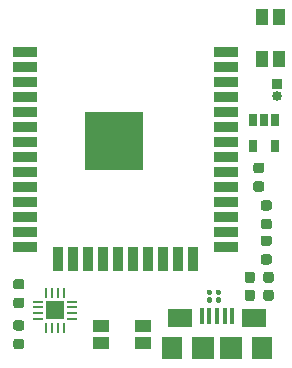
<source format=gbr>
G04 #@! TF.GenerationSoftware,KiCad,Pcbnew,(5.1.7)-1*
G04 #@! TF.CreationDate,2021-01-26T15:50:25-05:00*
G04 #@! TF.ProjectId,SmartWatch V5,536d6172-7457-4617-9463-682056352e6b,rev?*
G04 #@! TF.SameCoordinates,Original*
G04 #@! TF.FileFunction,Soldermask,Top*
G04 #@! TF.FilePolarity,Negative*
%FSLAX46Y46*%
G04 Gerber Fmt 4.6, Leading zero omitted, Abs format (unit mm)*
G04 Created by KiCad (PCBNEW (5.1.7)-1) date 2021-01-26 15:50:25*
%MOMM*%
%LPD*%
G01*
G04 APERTURE LIST*
%ADD10R,1.600200X1.600200*%
%ADD11R,0.812800X0.203200*%
%ADD12R,0.203200X0.812800*%
%ADD13R,0.650000X1.060000*%
%ADD14O,0.850000X0.850000*%
%ADD15R,0.850000X0.850000*%
%ADD16R,1.400000X1.050000*%
%ADD17R,1.050000X1.400000*%
%ADD18R,0.400000X1.350000*%
%ADD19R,2.100000X1.600000*%
%ADD20R,1.800000X1.900000*%
%ADD21R,1.900000X1.900000*%
%ADD22R,2.000000X0.900000*%
%ADD23R,0.900000X2.000000*%
%ADD24R,5.000000X5.000000*%
G04 APERTURE END LIST*
G36*
G01*
X82171250Y-96830500D02*
X81658750Y-96830500D01*
G75*
G02*
X81440000Y-96611750I0J218750D01*
G01*
X81440000Y-96174250D01*
G75*
G02*
X81658750Y-95955500I218750J0D01*
G01*
X82171250Y-95955500D01*
G75*
G02*
X82390000Y-96174250I0J-218750D01*
G01*
X82390000Y-96611750D01*
G75*
G02*
X82171250Y-96830500I-218750J0D01*
G01*
G37*
G36*
G01*
X82171250Y-98405500D02*
X81658750Y-98405500D01*
G75*
G02*
X81440000Y-98186750I0J218750D01*
G01*
X81440000Y-97749250D01*
G75*
G02*
X81658750Y-97530500I218750J0D01*
G01*
X82171250Y-97530500D01*
G75*
G02*
X82390000Y-97749250I0J-218750D01*
G01*
X82390000Y-98186750D01*
G75*
G02*
X82171250Y-98405500I-218750J0D01*
G01*
G37*
D10*
X84963000Y-95123000D03*
D11*
X86410800Y-94372999D03*
X86410800Y-94873000D03*
X86410800Y-95373000D03*
X86410800Y-95873001D03*
D12*
X85713001Y-96570800D03*
X85213000Y-96570800D03*
X84713000Y-96570800D03*
X84212999Y-96570800D03*
D11*
X83515200Y-95873001D03*
X83515200Y-95373000D03*
X83515200Y-94873000D03*
X83515200Y-94372999D03*
D12*
X84212999Y-93675200D03*
X84713000Y-93675200D03*
X85213000Y-93675200D03*
X85713001Y-93675200D03*
D13*
X103632000Y-81194000D03*
X101732000Y-81194000D03*
X101732000Y-78994000D03*
X102682000Y-78994000D03*
X103632000Y-78994000D03*
D14*
X103759000Y-76946000D03*
D15*
X103759000Y-75946000D03*
D16*
X88856000Y-96467000D03*
X92456000Y-96467000D03*
X88856000Y-97917000D03*
X92456000Y-97917000D03*
D17*
X103949500Y-70250500D03*
X103949500Y-73850500D03*
X102499500Y-70250500D03*
X102499500Y-73850500D03*
G36*
G01*
X81658750Y-94050500D02*
X82171250Y-94050500D01*
G75*
G02*
X82390000Y-94269250I0J-218750D01*
G01*
X82390000Y-94706750D01*
G75*
G02*
X82171250Y-94925500I-218750J0D01*
G01*
X81658750Y-94925500D01*
G75*
G02*
X81440000Y-94706750I0J218750D01*
G01*
X81440000Y-94269250D01*
G75*
G02*
X81658750Y-94050500I218750J0D01*
G01*
G37*
G36*
G01*
X81658750Y-92475500D02*
X82171250Y-92475500D01*
G75*
G02*
X82390000Y-92694250I0J-218750D01*
G01*
X82390000Y-93131750D01*
G75*
G02*
X82171250Y-93350500I-218750J0D01*
G01*
X81658750Y-93350500D01*
G75*
G02*
X81440000Y-93131750I0J218750D01*
G01*
X81440000Y-92694250D01*
G75*
G02*
X81658750Y-92475500I218750J0D01*
G01*
G37*
G36*
G01*
X103126250Y-91242500D02*
X102613750Y-91242500D01*
G75*
G02*
X102395000Y-91023750I0J218750D01*
G01*
X102395000Y-90586250D01*
G75*
G02*
X102613750Y-90367500I218750J0D01*
G01*
X103126250Y-90367500D01*
G75*
G02*
X103345000Y-90586250I0J-218750D01*
G01*
X103345000Y-91023750D01*
G75*
G02*
X103126250Y-91242500I-218750J0D01*
G01*
G37*
G36*
G01*
X103126250Y-89667500D02*
X102613750Y-89667500D01*
G75*
G02*
X102395000Y-89448750I0J218750D01*
G01*
X102395000Y-89011250D01*
G75*
G02*
X102613750Y-88792500I218750J0D01*
G01*
X103126250Y-88792500D01*
G75*
G02*
X103345000Y-89011250I0J-218750D01*
G01*
X103345000Y-89448750D01*
G75*
G02*
X103126250Y-89667500I-218750J0D01*
G01*
G37*
G36*
G01*
X102610500Y-92585250D02*
X102610500Y-92072750D01*
G75*
G02*
X102829250Y-91854000I218750J0D01*
G01*
X103266750Y-91854000D01*
G75*
G02*
X103485500Y-92072750I0J-218750D01*
G01*
X103485500Y-92585250D01*
G75*
G02*
X103266750Y-92804000I-218750J0D01*
G01*
X102829250Y-92804000D01*
G75*
G02*
X102610500Y-92585250I0J218750D01*
G01*
G37*
G36*
G01*
X101035500Y-92585250D02*
X101035500Y-92072750D01*
G75*
G02*
X101254250Y-91854000I218750J0D01*
G01*
X101691750Y-91854000D01*
G75*
G02*
X101910500Y-92072750I0J-218750D01*
G01*
X101910500Y-92585250D01*
G75*
G02*
X101691750Y-92804000I-218750J0D01*
G01*
X101254250Y-92804000D01*
G75*
G02*
X101035500Y-92585250I0J218750D01*
G01*
G37*
G36*
G01*
X102610500Y-94109250D02*
X102610500Y-93596750D01*
G75*
G02*
X102829250Y-93378000I218750J0D01*
G01*
X103266750Y-93378000D01*
G75*
G02*
X103485500Y-93596750I0J-218750D01*
G01*
X103485500Y-94109250D01*
G75*
G02*
X103266750Y-94328000I-218750J0D01*
G01*
X102829250Y-94328000D01*
G75*
G02*
X102610500Y-94109250I0J218750D01*
G01*
G37*
G36*
G01*
X101035500Y-94109250D02*
X101035500Y-93596750D01*
G75*
G02*
X101254250Y-93378000I218750J0D01*
G01*
X101691750Y-93378000D01*
G75*
G02*
X101910500Y-93596750I0J-218750D01*
G01*
X101910500Y-94109250D01*
G75*
G02*
X101691750Y-94328000I-218750J0D01*
G01*
X101254250Y-94328000D01*
G75*
G02*
X101035500Y-94109250I0J218750D01*
G01*
G37*
G36*
G01*
X103126250Y-86670500D02*
X102613750Y-86670500D01*
G75*
G02*
X102395000Y-86451750I0J218750D01*
G01*
X102395000Y-86014250D01*
G75*
G02*
X102613750Y-85795500I218750J0D01*
G01*
X103126250Y-85795500D01*
G75*
G02*
X103345000Y-86014250I0J-218750D01*
G01*
X103345000Y-86451750D01*
G75*
G02*
X103126250Y-86670500I-218750J0D01*
G01*
G37*
G36*
G01*
X103126250Y-88245500D02*
X102613750Y-88245500D01*
G75*
G02*
X102395000Y-88026750I0J218750D01*
G01*
X102395000Y-87589250D01*
G75*
G02*
X102613750Y-87370500I218750J0D01*
G01*
X103126250Y-87370500D01*
G75*
G02*
X103345000Y-87589250I0J-218750D01*
G01*
X103345000Y-88026750D01*
G75*
G02*
X103126250Y-88245500I-218750J0D01*
G01*
G37*
D18*
X98689000Y-95631000D03*
X98039000Y-95631000D03*
X99339000Y-95631000D03*
X97389000Y-95631000D03*
X99989000Y-95631000D03*
D19*
X95589000Y-95756000D03*
X101789000Y-95756000D03*
D20*
X94889000Y-98306000D03*
X102489000Y-98306000D03*
D21*
X97489000Y-98306000D03*
X99889000Y-98306000D03*
G36*
G01*
X98144000Y-93824000D02*
X97944000Y-93824000D01*
G75*
G02*
X97844000Y-93724000I0J100000D01*
G01*
X97844000Y-93464000D01*
G75*
G02*
X97944000Y-93364000I100000J0D01*
G01*
X98144000Y-93364000D01*
G75*
G02*
X98244000Y-93464000I0J-100000D01*
G01*
X98244000Y-93724000D01*
G75*
G02*
X98144000Y-93824000I-100000J0D01*
G01*
G37*
G36*
G01*
X98144000Y-94464000D02*
X97944000Y-94464000D01*
G75*
G02*
X97844000Y-94364000I0J100000D01*
G01*
X97844000Y-94104000D01*
G75*
G02*
X97944000Y-94004000I100000J0D01*
G01*
X98144000Y-94004000D01*
G75*
G02*
X98244000Y-94104000I0J-100000D01*
G01*
X98244000Y-94364000D01*
G75*
G02*
X98144000Y-94464000I-100000J0D01*
G01*
G37*
G36*
G01*
X98906000Y-93824000D02*
X98706000Y-93824000D01*
G75*
G02*
X98606000Y-93724000I0J100000D01*
G01*
X98606000Y-93464000D01*
G75*
G02*
X98706000Y-93364000I100000J0D01*
G01*
X98906000Y-93364000D01*
G75*
G02*
X99006000Y-93464000I0J-100000D01*
G01*
X99006000Y-93724000D01*
G75*
G02*
X98906000Y-93824000I-100000J0D01*
G01*
G37*
G36*
G01*
X98906000Y-94464000D02*
X98706000Y-94464000D01*
G75*
G02*
X98606000Y-94364000I0J100000D01*
G01*
X98606000Y-94104000D01*
G75*
G02*
X98706000Y-94004000I100000J0D01*
G01*
X98906000Y-94004000D01*
G75*
G02*
X99006000Y-94104000I0J-100000D01*
G01*
X99006000Y-94364000D01*
G75*
G02*
X98906000Y-94464000I-100000J0D01*
G01*
G37*
G36*
G01*
X101978750Y-84195500D02*
X102491250Y-84195500D01*
G75*
G02*
X102710000Y-84414250I0J-218750D01*
G01*
X102710000Y-84851750D01*
G75*
G02*
X102491250Y-85070500I-218750J0D01*
G01*
X101978750Y-85070500D01*
G75*
G02*
X101760000Y-84851750I0J218750D01*
G01*
X101760000Y-84414250D01*
G75*
G02*
X101978750Y-84195500I218750J0D01*
G01*
G37*
G36*
G01*
X101978750Y-82620500D02*
X102491250Y-82620500D01*
G75*
G02*
X102710000Y-82839250I0J-218750D01*
G01*
X102710000Y-83276750D01*
G75*
G02*
X102491250Y-83495500I-218750J0D01*
G01*
X101978750Y-83495500D01*
G75*
G02*
X101760000Y-83276750I0J218750D01*
G01*
X101760000Y-82839250D01*
G75*
G02*
X101978750Y-82620500I218750J0D01*
G01*
G37*
D22*
X99441000Y-73279000D03*
X99441000Y-74549000D03*
X99441000Y-75819000D03*
X99441000Y-77089000D03*
X99441000Y-78359000D03*
X99441000Y-79629000D03*
X99441000Y-80899000D03*
X99441000Y-82169000D03*
X99441000Y-83439000D03*
X99441000Y-84709000D03*
X99441000Y-85979000D03*
X99441000Y-87249000D03*
X99441000Y-88519000D03*
X99441000Y-89789000D03*
D23*
X96656000Y-90789000D03*
X95386000Y-90789000D03*
X94116000Y-90789000D03*
X92846000Y-90789000D03*
X91576000Y-90789000D03*
X90306000Y-90789000D03*
X89036000Y-90789000D03*
X87766000Y-90789000D03*
X86496000Y-90789000D03*
X85226000Y-90789000D03*
D22*
X82441000Y-89789000D03*
X82441000Y-88519000D03*
X82441000Y-87249000D03*
X82441000Y-85979000D03*
X82441000Y-84709000D03*
X82441000Y-83439000D03*
X82441000Y-82169000D03*
X82441000Y-80899000D03*
X82441000Y-79629000D03*
X82441000Y-78359000D03*
X82441000Y-77089000D03*
X82441000Y-75819000D03*
X82441000Y-74549000D03*
X82441000Y-73279000D03*
D24*
X89941000Y-80779000D03*
M02*

</source>
